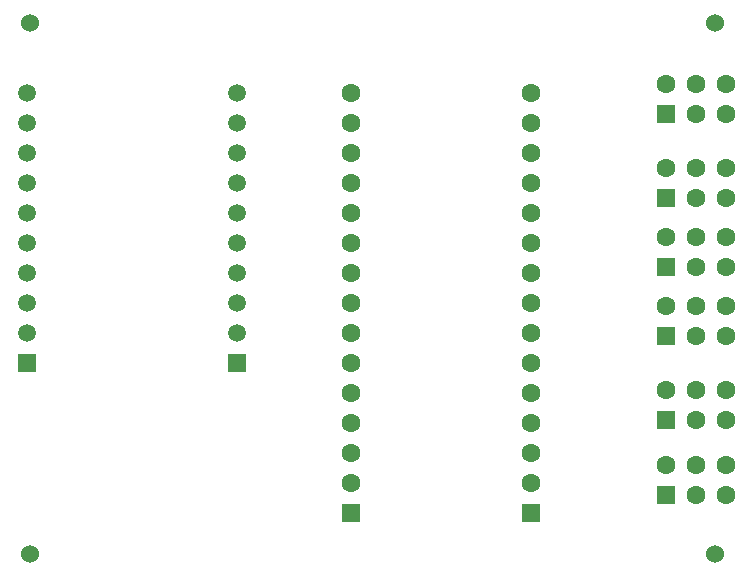
<source format=gbr>
G04 Layer_Color=255*
%FSLAX44Y44*%
%MOMM*%
%TF.FileFunction,Pads,Top*%
%TF.Part,Single*%
G01*
G75*
%TA.AperFunction,ComponentPad*%
%ADD10C,1.5240*%
%ADD11R,1.6000X1.6000*%
%ADD12C,1.6000*%
%ADD13R,1.6000X1.6000*%
%ADD14R,1.5000X1.5000*%
%ADD15C,1.5000*%
D10*
X1230000Y600000D02*
D03*
Y1050000D02*
D03*
X650000D02*
D03*
Y600000D02*
D03*
D11*
X1074420Y635000D02*
D03*
X922020D02*
D03*
D12*
X1074420Y660400D02*
D03*
Y685800D02*
D03*
Y711200D02*
D03*
Y736600D02*
D03*
Y762000D02*
D03*
Y787400D02*
D03*
Y812800D02*
D03*
Y838200D02*
D03*
Y863600D02*
D03*
Y889000D02*
D03*
Y914400D02*
D03*
Y939800D02*
D03*
Y965200D02*
D03*
Y990600D02*
D03*
X1239520Y675640D02*
D03*
Y650240D02*
D03*
X1214120Y675640D02*
D03*
Y650240D02*
D03*
X1188720Y675640D02*
D03*
X922020Y660400D02*
D03*
Y685800D02*
D03*
Y711200D02*
D03*
Y736600D02*
D03*
Y762000D02*
D03*
Y787400D02*
D03*
Y812800D02*
D03*
Y838200D02*
D03*
Y863600D02*
D03*
Y889000D02*
D03*
Y914400D02*
D03*
Y939800D02*
D03*
Y965200D02*
D03*
Y990600D02*
D03*
X1239520Y739140D02*
D03*
Y713740D02*
D03*
X1214120Y739140D02*
D03*
Y713740D02*
D03*
X1188720Y739140D02*
D03*
X1239520Y998220D02*
D03*
Y972820D02*
D03*
X1214120Y998220D02*
D03*
Y972820D02*
D03*
X1188720Y998220D02*
D03*
X1239520Y927100D02*
D03*
Y901700D02*
D03*
X1214120Y927100D02*
D03*
Y901700D02*
D03*
X1188720Y927100D02*
D03*
X1239520Y868680D02*
D03*
Y843280D02*
D03*
X1214120Y868680D02*
D03*
Y843280D02*
D03*
X1188720Y868680D02*
D03*
X1239520Y810260D02*
D03*
Y784860D02*
D03*
X1214120Y810260D02*
D03*
Y784860D02*
D03*
X1188720Y810260D02*
D03*
D13*
Y650240D02*
D03*
Y713740D02*
D03*
Y972820D02*
D03*
Y901700D02*
D03*
Y843280D02*
D03*
Y784860D02*
D03*
D14*
X825500Y762000D02*
D03*
X647700D02*
D03*
D15*
X825500Y787400D02*
D03*
Y838200D02*
D03*
Y863600D02*
D03*
Y889000D02*
D03*
Y914400D02*
D03*
Y939800D02*
D03*
Y965200D02*
D03*
Y990600D02*
D03*
Y812800D02*
D03*
X647700Y787400D02*
D03*
Y838200D02*
D03*
Y863600D02*
D03*
Y889000D02*
D03*
Y914400D02*
D03*
Y939800D02*
D03*
Y965200D02*
D03*
Y990600D02*
D03*
Y812800D02*
D03*
%TF.MD5,8afb147c1c9ee87c05810009632fdfb1*%
M02*

</source>
